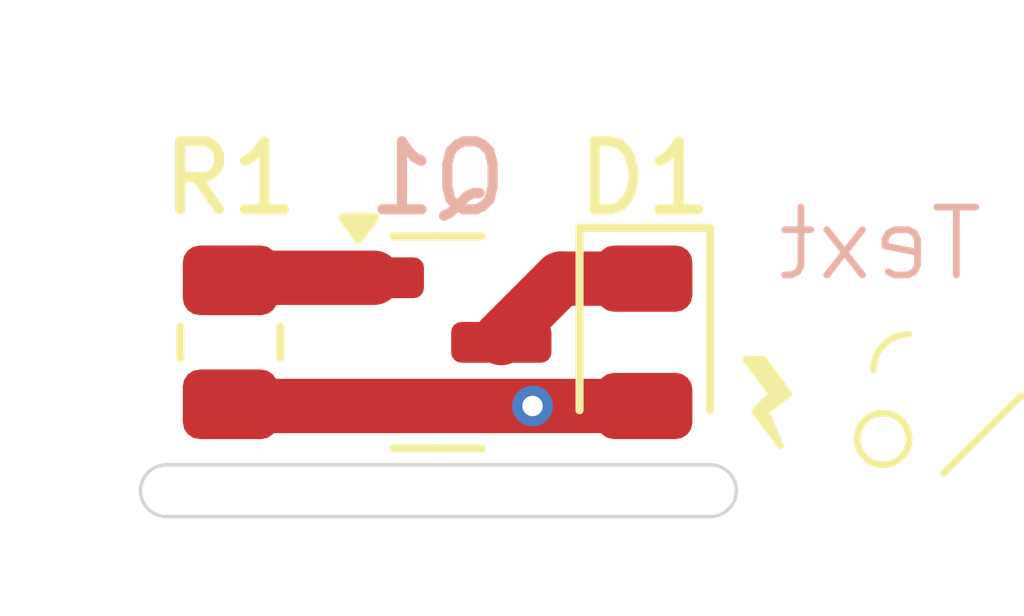
<source format=kicad_pcb>
(kicad_pcb (version 20240108) (generator "pcbnew") (generator_version "8.0")
  (layers (0 "F.Cu" signal) (31 "B.Cu" signal) (34 "B.Paste" user) (35 "F.Paste" user) (36 "B.SilkS" user "B.Silkscreen") (37 "F.SilkS" user "F.Silkscreen") (38 "B.Mask" user) (39 "F.Mask" user) (44 "Edge.Cuts" user))
  (net 0 "")
  (net 1 "/Output")
  (net 2 "GND")
  (net 3 "/Input")
  (footprint "Diode_SMD:D_0805_2012Metric" (layer "F.Cu") (at 21.971 17.78 -90)
    (property "Reference" "D1" (at -2.413 0 180) (layer "F.SilkS"))
    (property "Value" "D_Schottky_Small")
    (fp_line (start -1.684999 0.96) (end 1 0.96) (stroke (width 0.12)) (layer "F.SilkS"))
    (fp_line (start -1.684999 -0.96) (end -1.684999 0.96) (stroke (width 0.12)) (layer "F.SilkS"))
    (fp_line (start 1 -0.96) (end -1.684999 -0.96) (stroke (width 0.12)) (layer "F.SilkS"))
    (pad "1" smd roundrect (at -0.937501 0 270) (size 0.975 1.4) (layers "F.Cu" "F.Paste" "F.Mask") (net 1 "/Output"))
    (pad "2" smd roundrect (at 0.937501 0 270) (size 0.975 1.4) (layers "F.Cu" "F.Paste" "F.Mask") (net 2 "GND"))
  )
  (footprint "Package_TO_SOT_SMD:SOT-23" (layer "F.Cu") (at 18.923 17.78)
    (property "Reference" "Q1" (at 0 -2.413 0) (layer "B.SilkS") (effects (justify mirror)))
    (property "Value" "MMBT2222A")
    (fp_line (start 0 -1.56) (end -0.65 -1.56) (stroke (width 0.12)) (layer "F.SilkS"))
    (fp_line (start 0 -1.56) (end 0.65 -1.56) (stroke (width 0.12)) (layer "F.SilkS"))
    (fp_line (start 0 1.56) (end -0.65 1.56) (stroke (width 0.12)) (layer "F.SilkS"))
    (fp_line (start 0 1.56) (end 0.65 1.56) (stroke (width 0.12)) (layer "F.SilkS"))
    (fp_poly (pts (xy -1.1625 -1.51) (xy -1.4025 -1.84) (xy -0.9225 -1.84) (xy -1.1625 -1.51)) (stroke (width 0.12)) (fill solid) (layer "F.SilkS"))
    (pad "1" smd roundrect (at -0.9375 -0.95) (size 1.475 0.6) (layers "F.Cu" "F.Paste" "F.Mask") (net 3 "/Input"))
    (pad "2" smd roundrect (at -0.9375 0.95) (size 1.475 0.6) (layers "F.Cu" "F.Paste" "F.Mask") (net 2 "GND"))
    (pad "3" smd roundrect (at 0.9375 0) (size 1.475 0.6) (layers "F.Cu" "F.Paste" "F.Mask") (net 1 "/Output"))
  )
  (footprint "Resistor_SMD:R_0805_2012Metric" (layer "F.Cu") (at 15.875 17.78 -90)
    (property "Reference" "R1" (at -2.413 0 180) (layer "F.SilkS"))
    (property "Value" "10k")
    (fp_line (start -0.227064 0.735) (end 0.227064 0.735) (stroke (width 0.12)) (layer "F.SilkS"))
    (fp_line (start -0.227064 -0.735) (end 0.227064 -0.735) (stroke (width 0.12)) (layer "F.SilkS"))
    (pad "1" smd roundrect (at -0.9125 0 270) (size 1.025 1.4) (layers "F.Cu" "F.Paste" "F.Mask") (roundrect_rratio 0.243902) (net 3 "/Input"))
    (pad "2" smd roundrect (at 0.9125 0 270) (size 1.025 1.4) (layers "F.Cu" "F.Paste" "F.Mask") (roundrect_rratio 0.243902) (net 2 "GND"))
  )
  (gr_poly (pts (xy 23.458651 18.031188) (xy 23.839651 18.539188) (xy 23.590842 18.798379) (xy 23.966651 19.301188) (xy 23.749 18.796) (xy 24.090424 18.542415) (xy 23.712651 18.031188)) (stroke (width 0.1)) (fill solid) (layer "F.SilkS"))
  (gr_arc (start 25.333566 18.1864) (mid 25.486935 17.816135) (end 25.8572 17.662766) (stroke (width 0.1)) (layer "F.SilkS"))
  (gr_line (start 27.5082 18.5674) (end 26.3652 19.7104) (stroke (width 0.1)) (layer "F.SilkS"))
  (gr_circle (center 25.4762 19.2024) (end 25.4762 18.8214) (stroke (width 0.1)) (fill none) (layer "F.SilkS"))
  (gr_circle (center 25.4762 19.2024) (end 25.4762 18.8214) (stroke (width 0.1)) (fill none) (layer "F.SilkS"))
  (gr_arc (start 14.9352 20.3454) (mid 14.5542 19.9644) (end 14.9352 19.5834) (stroke (width 0.05)) (layer "Edge.Cuts"))
  (gr_arc (start 22.9362 19.5834) (mid 23.3172 19.9644) (end 22.9362 20.3454) (stroke (width 0.05)) (layer "Edge.Cuts"))
  (gr_line (start 14.9352 19.5834) (end 22.9362 19.5834) (stroke (width 0.05)) (layer "Edge.Cuts"))
  (gr_line (start 22.9362 20.3454) (end 14.9352 20.3454) (stroke (width 0.05)) (layer "Edge.Cuts"))
  (gr_text "Text" (at 27.0002 16.9164 -0) (layer "B.SilkS") (effects (font (size 1 1) (thickness 0.1)) (justify left bottom mirror)))
  (segment (start 21.971 16.842499) (end 20.735502 16.842499) (width 0.8) (layer "F.Cu") (net 1))
  (segment (start 20.735502 16.842499) (end 19.8605 17.717501) (width 0.8) (layer "F.Cu") (net 1))
  (segment (start 21.971 18.717501) (end 15.900001 18.717501) (width 0.8) (layer "F.Cu") (net 2))
  (segment (start 15.900001 18.717501) (end 15.875 18.6925) (width 0.8) (layer "F.Cu") (net 2))
  (via (at 20.32 18.717501) (size 0.6) (drill 0.3) (layers "F.Cu" "B.Cu") (net 2))
  (segment (start 15.9125 16.83) (end 15.875 16.8675) (width 0.8) (layer "F.Cu") (net 3))
  (segment (start 17.9855 16.83) (end 15.9125 16.83) (width 0.8) (layer "F.Cu") (net 3))
)
</source>
